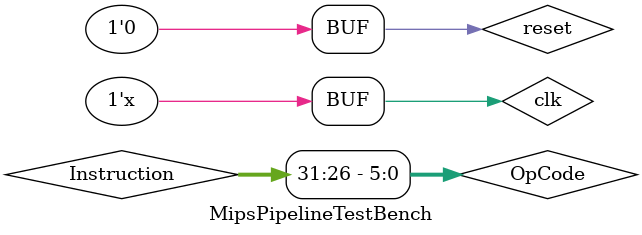
<source format=v>
module MipsPipelineTestBench();

reg clk, reset;
wire [31:0] nextPC, PCPlus4IF, PCPlus4ID, PCPlus4EX;
wire [31:0] branchAddress;
wire [31:0] instructionIF, instructionID;
wire [31:0] registerData1ID, registerData2ID, registerData1EX, registerData2EX;
wire [31:0] signExtendOutID, signExtendOutEX;
wire [31:0] shiftOut;
wire [3:0] ALUOpID, ALUOpEX;
wire [9:0] controlSignalsID;
wire [4:0] rsEX ,rtEX ,rdEX;
wire [31:0] ALUData1, ALUData2;
wire [31:0] ALUData2Mux_1Out;
wire [4:0] regDstMuxOut;
wire [31:0] ALUResultEX, ALUResultMEM, ALUResultWB;
wire [31:0] memoryWriteDataMEM;
wire [4:0] writeRegMEM, writeRegWB;
wire [1:0] upperMux_sel, lowerMux_sel;
wire [1:0] comparatorMux1Selector,comparatorMux2Selector;
wire [31:0] comparatorMux1Out, comparatorMux2Out;
wire [31:0] memoryReadDataMEM, memoryReadDataWB;
wire [31:0] regWriteDataMEM;
wire [3:0] ALUControl;


wire [31:0] Instruction;

wire [1:0] ALUOp;
wire [3:0] ALUCtrl;
wire [31:0] ALUout;
wire Zero;

wire [5:0] OpCode;
assign OpCode = Instruction[31:26];

wire [31:0] PC_adr;

wire [31:0] ReadRegister1;
wire [31:0] ReadRegister2;

wire [4:0] muxinstr_out;
wire [31:0] muxalu_out;
wire [31:0] muxdata_out;

wire [31:0] ReadData;

wire [31:0] signExtend;

wire PCsel;
wire [31:0] PC_adr;


//modules instances

//IF_Stage
pclogic PC(clk, reset, signExtend, PC_adr, PCsel); //generate PC
InstructionMemory instructionMemory(clk, readPC, instructionIF);
Adder PCAdder(PCPlus4IF ,readPC, 32'h00000004);
mux #(32) muxalu(AluSrc, ReadRegister2, signExtend, muxalu_out);//MUX for ALU
and branchAndComparator(PCMuxSel, equalFlag, branchID);
IF_ID_reg IF_ID(PCPlus4IF, instructionIF, instructionID, clk, holdIF_ID, PCPlus4ID, PCMuxSel);


//ID_Stage
control Control(OpCode,RegDst,ALUSrc,MemToReg,RegWrite,MemRead,MemWrite,Branch,ALUOp);
rf registerfile(clk,RegWrite,Instruction[25:21],Instruction[20:16],muxinstr_out, ReadRegister1, ReadRegister2, muxdata_out); //Registers
Mux3x1_32Bits comparatorMux1(comparatorMux1Out, registerData1ID, ALUResultMEM, regWriteDataMEM, comparatorMux1Selector);
Mux3x1_32Bits comparatorMux2(comparatorMux2Out, registerData2ID, ALUResultMEM, regWriteDataMEM, comparatorMux2Selector);
Comparator comparator(comparatorMux1Out, comparatorMux2Out, equalFlag);
signextend Signextend(signExtend, Instruction[15:0]); //Sign extend
ShiftLeft2 shiftLeft2(shiftOut, signExtendOutID);
Adder branchAdder(branchAddress, shiftOut, PCPlus4ID);
HazardDetectionUnit hazardUnit(MemReadEX, MemReadMEM, rtEX, instructionID, holdPC, holdIF_ID, hazardMuxSelector);
Mux2x1_10Bits ID_EXRegMux(controlSignalsID, {RegWriteID, MemtoRegID, MemWriteID, MemReadID, ALUSrcID, ALUOpID, RegDstID}
			,10'b0000000000, hazardMuxSelector);
ID_EX_reg ID_EX(RegWriteID, MemtoRegID, MemWriteID, MemReadID, ALUSrcID, ALUOpID, RegDstID, PCPlus4ID,registerData1ID ,registerData2ID
		,signExtendOutID,instructionID[25:11],PCPlus4EX ,registerData1EX ,registerData2EX ,signExtendOutEX ,rsEX ,rtEX ,rdEX
		,RegWriteEX,MemtoRegEX,MemWriteEX, MemReadEX,ALUSrcEX, ALUOpEX, RegDstEX,clk);


//EX_Stage
Mux3x1_32Bits ALUData1Mux(ALUData1, registerData1EX, regWriteDataMEM, ALUResultMEM, upperMux_sel);
Mux3x1_32Bits ALUData2Mux_1(ALUData2Mux_1Out, registerData2EX, regWriteDataMEM, ALUResultMEM, lowerMux_sel);
mux #(32) muxalu_0(AluSrc, ReadRegister2, signExtend, muxalu_out);//MUX for ALU
alucontrol AluControl(ALUOp, Instruction[5:0], ALUCtrl); //ALUControl
alu Alu(ReadRegister1, muxalu_out, ALUCtrl, ALUout, Zero); //ALU
mux #(5) muxinstr(RegDst, Instruction[20:16],Instruction[15:11],muxinstr_out);
EX_MemReg EX_MEM(clk, RegWriteEX, MemtoRegEX, MemWriteEX, MemReadEX, ALUResultEX, ALUData2Mux_1Out
		,regDstMuxOut, RegWriteMEM, MemtoRegMEM, MemWriteMEM, MemReadMEM, ALUResultMEM, memoryWriteDataMEM, writeRegMEM);
ForwardingUnit forwardingUnit(RegWriteMEM, writeRegMEM, RegWriteWB, writeRegWB, rsEX, rtEX
				,upperMux_sel,lowerMux_sel, comparatorMux1Selector,comparatorMux2Selector);


//MEM_Stage
DataMemory dataMemory(MemWriteMEM, MemReadMEM, ALUResultMEM, memoryWriteDataMEM, clk, memoryReadDataMEM);
Mem_WbReg MEM_WB(RegWriteMEM, MemtoRegMEM, ALUResultMEM, clk, memoryReadDataMEM, writeRegMEM, RegWriteWB, MemtoRegWB,memoryReadDataWB
		,ALUResultWB, writeRegWB);


//WB_Stage
mux #(32) muxdata(MemtoReg, ALUout, ReadData, muxdata_out); //MUX for Data memory



//pc updated, change in singel cycle testbench
always@(clk)
#100 clk <= ~clk;

initial
begin

clk <= 0;
reset <= 1;
#50
reset <= 0;

end

endmodule

</source>
